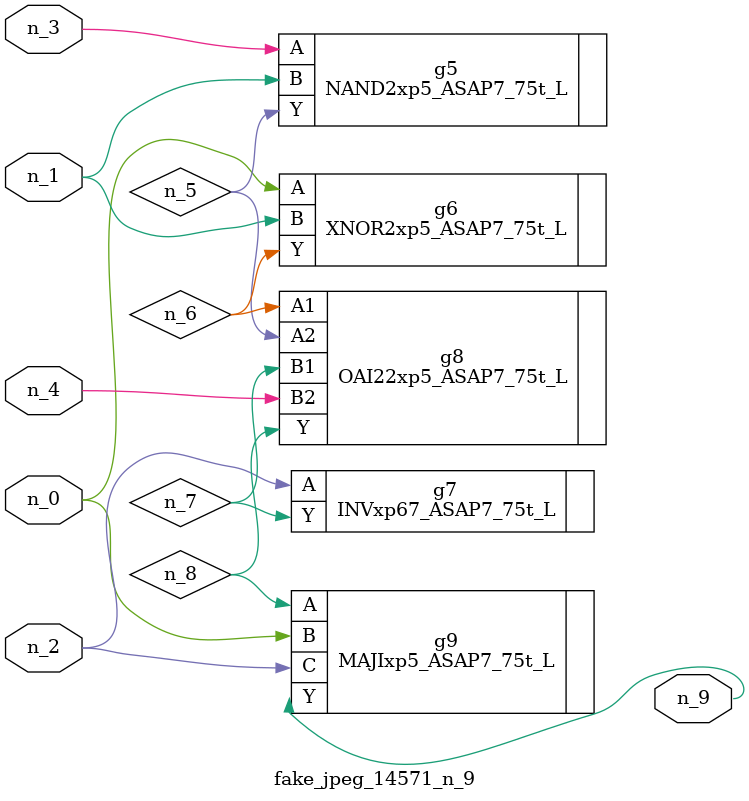
<source format=v>
module fake_jpeg_14571_n_9 (n_3, n_2, n_1, n_0, n_4, n_9);

input n_3;
input n_2;
input n_1;
input n_0;
input n_4;

output n_9;

wire n_8;
wire n_6;
wire n_5;
wire n_7;

NAND2xp5_ASAP7_75t_L g5 ( 
.A(n_3),
.B(n_1),
.Y(n_5)
);

XNOR2xp5_ASAP7_75t_L g6 ( 
.A(n_0),
.B(n_1),
.Y(n_6)
);

INVxp67_ASAP7_75t_L g7 ( 
.A(n_2),
.Y(n_7)
);

OAI22xp5_ASAP7_75t_L g8 ( 
.A1(n_6),
.A2(n_5),
.B1(n_7),
.B2(n_4),
.Y(n_8)
);

MAJIxp5_ASAP7_75t_L g9 ( 
.A(n_8),
.B(n_0),
.C(n_2),
.Y(n_9)
);


endmodule
</source>
